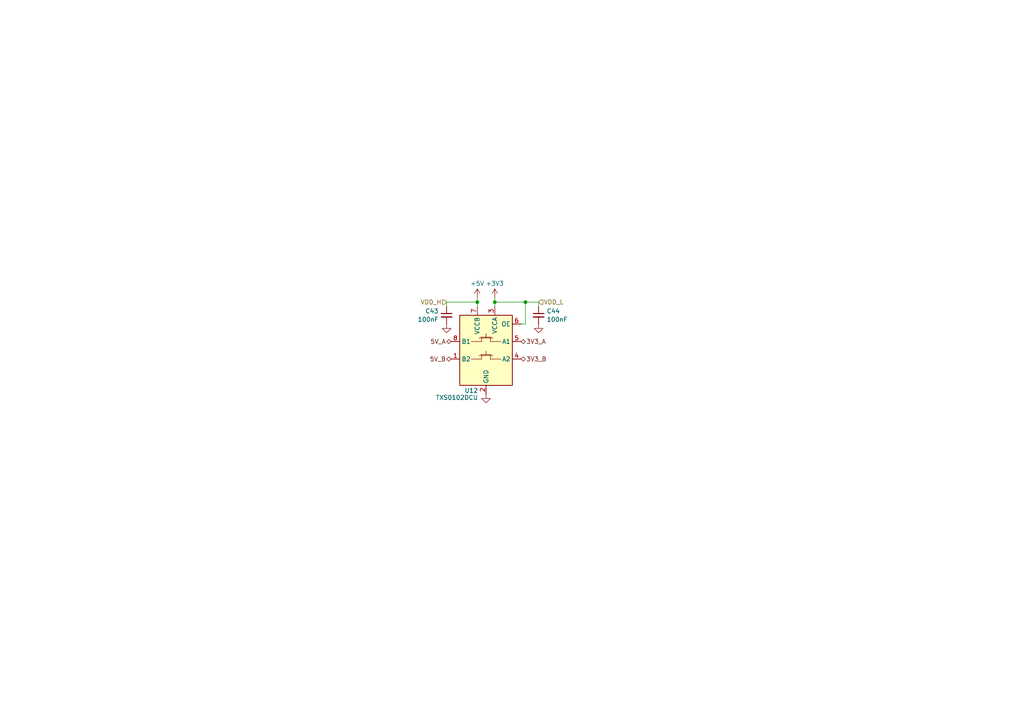
<source format=kicad_sch>
(kicad_sch (version 20250114) (generator "eeschema") (generator_version "9.0")
  (paper "A4")
  (lib_symbols
    (symbol "Device:C_Small" (pin_numbers (hide yes)) (pin_names (offset 0.254) (hide yes))
      (property "Reference" "C" (at 0.254 1.778 0))
      (property "Value" "C_Small" (at 0.254 -2.032 0))
      (symbol "C_Small_0_1"
        (polyline (pts (xy -1.524 0.508) (xy 1.524 0.508)) (stroke (width 0.3048)))
        (polyline (pts (xy -1.524 -0.508) (xy 1.524 -0.508)) (stroke (width 0.3302)))
      )
      (symbol "C_Small_1_1"
        (pin passive line (at 0 2.54 270) (length 2.032) (name "~") (number "1"))
        (pin passive line (at 0 -2.54 90) (length 2.032) (name "~") (number "2"))
      )
    )
    (symbol "Logic_LevelTranslator:TXS0102DCU"
      (property "Reference" "U" (at -6.35 11.43 0))
      (property "Value" "TXS0102DCU" (at 3.81 11.43 0))
      (symbol "TXS0102DCU_0_1"
        (rectangle (start -7.62 10.16) (end 7.62 -10.16) (stroke (width 0.254)) (fill (type background)))
        (polyline (pts (xy -4.318 -2.54) (xy -1.27 -2.54)))
        (polyline (pts (xy -2.032 -1.524) (xy 2.032 -1.524)))
        (polyline (pts (xy -1.524 -1.27) (xy 1.524 -1.27)))
        (polyline (pts (xy -1.27 -2.54) (xy -1.27 -1.524)))
        (polyline (pts (xy 0 -1.27) (xy 0 -0.254)))
        (polyline (pts (xy 1.27 -2.54) (xy 1.27 -1.524)))
        (polyline (pts (xy 4.318 -2.54) (xy 1.27 -2.54)))
      )
      (symbol "TXS0102DCU_1_1"
        (polyline (pts (xy -4.318 2.54) (xy -1.27 2.54)))
        (polyline (pts (xy -2.032 3.556) (xy 2.032 3.556)))
        (polyline (pts (xy -1.524 3.81) (xy 1.524 3.81)))
        (polyline (pts (xy -1.27 2.54) (xy -1.27 3.556)))
        (polyline (pts (xy 0 3.81) (xy 0 4.826)))
        (polyline (pts (xy 1.27 2.54) (xy 1.27 3.556)))
        (polyline (pts (xy 4.318 2.54) (xy 1.27 2.54)))
        (pin input line (at -10.16 7.62 0) (length 2.54) (name "OE") (number "6"))
        (pin bidirectional line (at -10.16 2.54 0) (length 2.54) (name "A1") (number "5"))
        (pin bidirectional line (at -10.16 -2.54 0) (length 2.54) (name "A2") (number "4"))
        (pin power_in line (at -2.54 12.7 270) (length 2.54) (name "VCCA") (number "3"))
        (pin power_in line (at 0 -12.7 90) (length 2.54) (name "GND") (number "2"))
        (pin power_in line (at 2.54 12.7 270) (length 2.54) (name "VCCB") (number "7"))
        (pin bidirectional line (at 10.16 2.54 180) (length 2.54) (name "B1") (number "8"))
        (pin bidirectional line (at 10.16 -2.54 180) (length 2.54) (name "B2") (number "1"))
      )
    )
    (symbol "power:+3V3" (power) (pin_numbers (hide yes)) (pin_names (offset 0) (hide yes))
      (property "Value" "+3V3" (at 0 3.556 0))
      (symbol "+3V3_0_1"
        (polyline (pts (xy -0.762 1.27) (xy 0 2.54)))
        (polyline (pts (xy 0 2.54) (xy 0.762 1.27)))
        (polyline (pts (xy 0 0) (xy 0 2.54)))
      )
      (symbol "+3V3_1_1"
        (pin power_in line (at 0 0 90) (length 0) (name "~") (number "1"))
      )
    )
    (symbol "power:+5V" (power) (pin_numbers (hide yes)) (pin_names (offset 0) (hide yes))
      (property "Value" "+5V" (at 0 3.556 0))
      (symbol "+5V_0_1"
        (polyline (pts (xy -0.762 1.27) (xy 0 2.54)))
        (polyline (pts (xy 0 2.54) (xy 0.762 1.27)))
        (polyline (pts (xy 0 0) (xy 0 2.54)))
      )
      (symbol "+5V_1_1"
        (pin power_in line (at 0 0 90) (length 0) (name "~") (number "1"))
      )
    )
    (symbol "power:GND" (power) (pin_numbers (hide yes)) (pin_names (offset 0) (hide yes))
      (property "Value" "GND" (at 0 -3.81 0))
      (symbol "GND_0_1"
        (polyline (pts (xy 0 0) (xy 0 -1.27) (xy 1.27 -1.27) (xy 0 -2.54) (xy -1.27 -1.27) (xy 0 -1.27)))
      )
      (symbol "GND_1_1"
        (pin power_in line (at 0 0 270) (length 0) (name "~") (number "1"))
      )
    )
  )
  (junction (at 143.51 87.63))
  (junction (at 152.4 87.63))
  (junction (at 138.43 87.63))
  (wire (pts (xy 152.4 93.98) (xy 151.13 93.98)))
  (wire (pts (xy 156.21 88.9) (xy 156.21 87.63)))
  (wire (pts (xy 138.43 86.36) (xy 138.43 87.63)))
  (wire (pts (xy 143.51 86.36) (xy 143.51 87.63)))
  (wire (pts (xy 129.54 87.63) (xy 138.43 87.63)))
  (wire (pts (xy 143.51 87.63) (xy 152.4 87.63)))
  (wire (pts (xy 138.43 87.63) (xy 138.43 88.9)))
  (wire (pts (xy 143.51 87.63) (xy 143.51 88.9)))
  (wire (pts (xy 129.54 88.9) (xy 129.54 87.63)))
  (wire (pts (xy 152.4 87.63) (xy 156.21 87.63)))
  (wire (pts (xy 152.4 87.63) (xy 152.4 93.98)))
  (hierarchical_label "3V3_B" (shape bidirectional) (at 151.13 104.14 0))
  (hierarchical_label "5V_A" (shape bidirectional) (at 130.81 99.06 180))
  (hierarchical_label "VDD_L" (shape input) (at 156.21 87.63 0))
  (hierarchical_label "5V_B" (shape bidirectional) (at 130.81 104.14 180))
  (hierarchical_label "3V3_A" (shape bidirectional) (at 151.13 99.06 0))
  (hierarchical_label "VDD_H" (shape input) (at 129.54 87.63 180))
  (symbol (lib_id "power:+5V") (at 138.43 86.36 0) (unit 1)
    (property "Reference" "#PWR0126" (effects (hide yes)))
    (property "Value" "+5V" (at 138.43 82.2269 0))
    (property "Description" "Power symbol creates a global label with name \"+5V\"" (effects (hide yes)))
  )
  (symbol (lib_id "power:GND") (at 156.21 93.98 0) (unit 1)
    (property "Reference" "#PWR0129" (effects (hide yes)))
    (property "Value" "GND" (effects (hide yes)))
    (property "Description" "Power symbol creates a global label with name \"GND\" , ground" (effects (hide yes)))
  )
  (symbol (lib_id "power:GND") (at 140.97 114.3 0) (unit 1)
    (property "Reference" "#PWR0127" (effects (hide yes)))
    (property "Value" "GND" (effects (hide yes)))
    (property "Description" "Power symbol creates a global label with name \"GND\" , ground" (effects (hide yes)))
  )
  (symbol (lib_id "power:+3V3") (at 143.51 86.36 0) (unit 1)
    (property "Reference" "#PWR066" (effects (hide yes)))
    (property "Value" "+3V3" (at 143.51 82.2269 0))
    (property "Description" "Power symbol creates a global label with name \"+3V3\"" (effects (hide yes)))
  )
  (symbol (lib_id "Device:C_Small") (at 156.21 91.44 0) (unit 1)
    (property "Reference" "C44" (at 158.5341 90.2341 0) (effects (justify left)))
    (property "Value" "100nF" (at 158.5341 92.6584 0) (effects (justify left)))
    (property "Description" "Unpolarized capacitor, small symbol" (effects (hide yes)))
  )
  (symbol (lib_id "Logic_LevelTranslator:TXS0102DCU") (at 140.97 101.6 0) (mirror y) (unit 1)
    (property "Reference" "U12" (at 138.684 113.284 0) (effects (justify left)))
    (property "Value" "TXS0102DCU" (at 138.684 115.316 0) (effects (justify left)))
    (property "Footprint" "Package_SO:VSSOP-8_2.3x2mm_P0.5mm" (effects (hide yes)))
    (property "Datasheet" "http://www.ti.com/lit/gpn/txs0102" (effects (hide yes)))
    (property "Description" "2-Bit Bidirectional Voltage-Level Shifter for Open-Drain and Push-Pull Application, VSSOP-8" (effects (hide yes)))
  )
  (symbol (lib_id "Device:C_Small") (at 129.54 91.44 0) (mirror y) (unit 1)
    (property "Reference" "C43" (at 127.2159 90.2341 0) (effects (justify left)))
    (property "Value" "100nF" (at 127.2159 92.6584 0) (effects (justify left)))
    (property "Description" "Unpolarized capacitor, small symbol" (effects (hide yes)))
  )
  (symbol (lib_id "power:GND") (at 129.54 93.98 0) (unit 1)
    (property "Reference" "#PWR0128" (effects (hide yes)))
    (property "Value" "GND" (effects (hide yes)))
    (property "Description" "Power symbol creates a global label with name \"GND\" , ground" (effects (hide yes)))
  )
)
</source>
